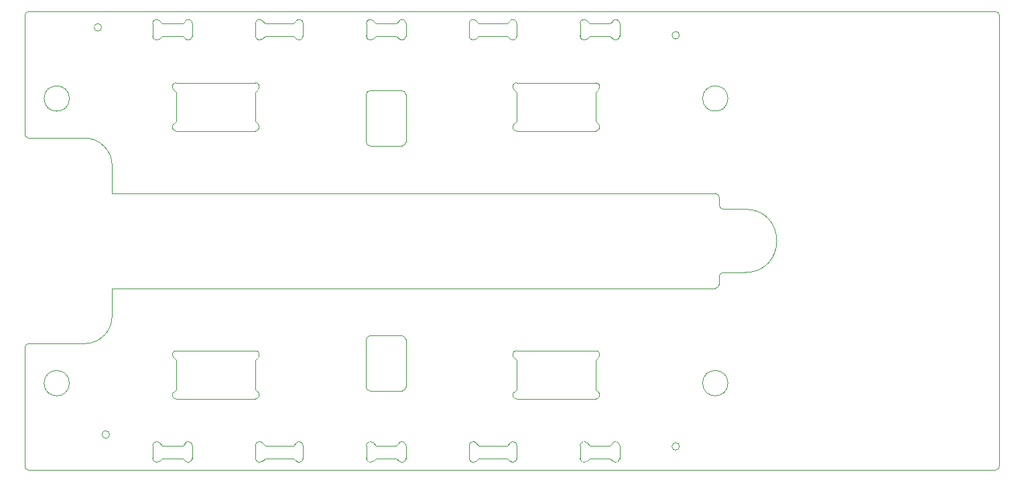
<source format=gm1>
G04 #@! TF.GenerationSoftware,KiCad,Pcbnew,(6.0.5-0)*
G04 #@! TF.CreationDate,2022-08-24T15:35:39+09:00*
G04 #@! TF.ProjectId,photo-single,70686f74-6f2d-4736-996e-676c652e6b69,rev?*
G04 #@! TF.SameCoordinates,Original*
G04 #@! TF.FileFunction,Profile,NP*
%FSLAX46Y46*%
G04 Gerber Fmt 4.6, Leading zero omitted, Abs format (unit mm)*
G04 Created by KiCad (PCBNEW (6.0.5-0)) date 2022-08-24 15:35:39*
%MOMM*%
%LPD*%
G01*
G04 APERTURE LIST*
G04 #@! TA.AperFunction,Profile*
%ADD10C,0.100000*%
G04 #@! TD*
G04 APERTURE END LIST*
D10*
X173600000Y-82000000D02*
G75*
G03*
X173600000Y-82000000I-1600000J0D01*
G01*
X90400000Y-82000000D02*
G75*
G03*
X90400000Y-82000000I-1600000J0D01*
G01*
X119060497Y-74455302D02*
X118706944Y-74101749D01*
X156899050Y-84894642D02*
X157252604Y-85248195D01*
X104706944Y-74101749D02*
X102121157Y-74101749D01*
X103899050Y-80001749D02*
X113899050Y-80001749D01*
X115121157Y-74101749D02*
X114767604Y-74455302D01*
X156899050Y-81208855D02*
X156899050Y-84894642D01*
X156899050Y-86101631D02*
G75*
G03*
X157252604Y-85248195I50J499931D01*
G01*
X105060497Y-74455302D02*
X104706944Y-74101749D01*
X114252569Y-80855268D02*
G75*
G03*
X113899050Y-80001749I-353469J353568D01*
G01*
X141767568Y-72148231D02*
G75*
G03*
X140914050Y-72501749I-353568J-353469D01*
G01*
X119914050Y-72501749D02*
X119914050Y-74101749D01*
X102121157Y-74101749D02*
X101767604Y-74455302D01*
X129121157Y-72501749D02*
X131706944Y-72501749D01*
X128767604Y-72148195D02*
X129121157Y-72501749D01*
X101767604Y-72148195D02*
X102121157Y-72501749D01*
X115121157Y-72501749D02*
X118706944Y-72501749D01*
X113899050Y-86101749D02*
X103899050Y-86101749D01*
X156121157Y-74101749D02*
X155767604Y-74455302D01*
X104706944Y-72501749D02*
X105060497Y-72148195D01*
X155767568Y-72148231D02*
G75*
G03*
X154914050Y-72501749I-353568J-353469D01*
G01*
X118706944Y-74101749D02*
X115121157Y-74101749D01*
X103899050Y-80001701D02*
G75*
G03*
X103545497Y-80855302I-50J-499999D01*
G01*
X146914050Y-72501749D02*
X146914050Y-74101749D01*
X159914101Y-72501750D02*
G75*
G03*
X159060497Y-72148195I-500001J50D01*
G01*
X207399000Y-71000000D02*
X85264000Y-71000000D01*
X156121157Y-72501749D02*
X158706944Y-72501749D01*
X113899050Y-81208855D02*
X113899050Y-84894642D01*
X140914050Y-74101749D02*
X140914050Y-72501749D01*
X146060497Y-74455302D02*
X145706944Y-74101749D01*
X119060581Y-74455218D02*
G75*
G03*
X119914050Y-74101749I353519J353518D01*
G01*
X142121157Y-72501749D02*
X145706944Y-72501749D01*
X159060497Y-74455302D02*
X158706944Y-74101749D01*
X100914101Y-74101750D02*
G75*
G03*
X101767604Y-74455302I499999J50D01*
G01*
X101767568Y-72148231D02*
G75*
G03*
X100914050Y-72501749I-353568J-353469D01*
G01*
X102121157Y-72501749D02*
X104706944Y-72501749D01*
X141767604Y-72148195D02*
X142121157Y-72501749D01*
X103899050Y-84894642D02*
X103899050Y-81208855D01*
X132914101Y-72501750D02*
G75*
G03*
X132060497Y-72148195I-500001J50D01*
G01*
X158706944Y-72501749D02*
X159060497Y-72148195D01*
X146545497Y-85248195D02*
X146899050Y-84894642D01*
X155767604Y-72148195D02*
X156121157Y-72501749D01*
X105914101Y-72501750D02*
G75*
G03*
X105060497Y-72148195I-500001J50D01*
G01*
X140914101Y-74101750D02*
G75*
G03*
X141767604Y-74455302I499999J50D01*
G01*
X100914050Y-74101749D02*
X100914050Y-72501749D01*
X114252604Y-80855302D02*
X113899050Y-81208855D01*
X154914101Y-74101750D02*
G75*
G03*
X155767604Y-74455302I499999J50D01*
G01*
X158706944Y-74101749D02*
X156121157Y-74101749D01*
X103545412Y-85248111D02*
G75*
G03*
X103899050Y-86101749I353588J-353589D01*
G01*
X142121157Y-74101749D02*
X141767604Y-74455302D01*
X146545412Y-85248111D02*
G75*
G03*
X146899050Y-86101749I353588J-353589D01*
G01*
X113899050Y-86101631D02*
G75*
G03*
X114252604Y-85248195I50J499931D01*
G01*
X154914050Y-74101749D02*
X154914050Y-72501749D01*
X103899050Y-81208855D02*
X103545497Y-80855302D01*
X103545497Y-85248195D02*
X103899050Y-84894642D01*
X113899050Y-84894642D02*
X114252604Y-85248195D01*
X146914101Y-72501750D02*
G75*
G03*
X146060497Y-72148195I-500001J50D01*
G01*
X145706944Y-74101749D02*
X142121157Y-74101749D01*
X156899050Y-86101749D02*
X146899050Y-86101749D01*
X131706944Y-72501749D02*
X132060497Y-72148195D01*
X95800000Y-94000000D02*
X172000000Y-94000000D01*
X113914050Y-74101749D02*
X113914050Y-72501749D01*
X145706944Y-72501749D02*
X146060497Y-72148195D01*
X146899050Y-81208855D02*
X146545497Y-80855302D01*
X159914050Y-72501749D02*
X159914050Y-74101749D01*
X146899050Y-84894642D02*
X146899050Y-81208855D01*
X114767568Y-72148231D02*
G75*
G03*
X113914050Y-72501749I-353568J-353469D01*
G01*
X132060581Y-74455218D02*
G75*
G03*
X132914050Y-74101749I353519J353518D01*
G01*
X105060581Y-74455218D02*
G75*
G03*
X105914050Y-74101749I353519J353518D01*
G01*
X95800000Y-90500000D02*
X95800000Y-94000000D01*
X159060581Y-74455218D02*
G75*
G03*
X159914050Y-74101749I353519J353518D01*
G01*
X105914050Y-72501749D02*
X105914050Y-74101749D01*
X146899050Y-80001701D02*
G75*
G03*
X146545497Y-80855302I-50J-499999D01*
G01*
X113914101Y-74101750D02*
G75*
G03*
X114767604Y-74455302I499999J50D01*
G01*
X114767604Y-72148195D02*
X115121157Y-72501749D01*
X132914050Y-72501749D02*
X132914050Y-74101749D01*
X127914101Y-74101750D02*
G75*
G03*
X128767604Y-74455302I499999J50D01*
G01*
X146060581Y-74455218D02*
G75*
G03*
X146914050Y-74101749I353519J353518D01*
G01*
X127914050Y-74101749D02*
X127914050Y-72501749D01*
X128767568Y-72148231D02*
G75*
G03*
X127914050Y-72501749I-353568J-353469D01*
G01*
X119914101Y-72501750D02*
G75*
G03*
X119060497Y-72148195I-500001J50D01*
G01*
X129121157Y-74101749D02*
X128767604Y-74455302D01*
X157252569Y-80855268D02*
G75*
G03*
X156899050Y-80001749I-353469J353568D01*
G01*
X118706944Y-72501749D02*
X119060497Y-72148195D01*
X131706944Y-74101749D02*
X129121157Y-74101749D01*
X157252604Y-80855302D02*
X156899050Y-81208855D01*
X132060497Y-74455302D02*
X131706944Y-74101749D01*
X95800000Y-90500000D02*
G75*
G03*
X92300000Y-87000000I-3500000J0D01*
G01*
X92300000Y-87000000D02*
X85264000Y-87000000D01*
X90400000Y-118000000D02*
G75*
G03*
X90400000Y-118000000I-1600000J0D01*
G01*
X132400000Y-119000000D02*
G75*
G03*
X132900000Y-118500000I0J500000D01*
G01*
X127900000Y-118500000D02*
G75*
G03*
X128400000Y-119000000I500000J0D01*
G01*
X132400000Y-119000000D02*
X128400000Y-119000000D01*
X127900000Y-118500000D02*
X127900000Y-112500000D01*
X132900000Y-118500000D02*
X132900000Y-112500000D01*
X132900000Y-81500000D02*
G75*
G03*
X132400000Y-81000000I-500000J0D01*
G01*
X128400000Y-81000000D02*
X132400000Y-81000000D01*
X132400000Y-88000000D02*
G75*
G03*
X132900000Y-87500000I0J500000D01*
G01*
X132900000Y-87500000D02*
X132900000Y-81500000D01*
X132400000Y-88000000D02*
X128400000Y-88000000D01*
X127900000Y-87500000D02*
X127900000Y-81500000D01*
X128400000Y-81000000D02*
G75*
G03*
X127900000Y-81500000I0J-500000D01*
G01*
X94475000Y-73000000D02*
G75*
G03*
X94475000Y-73000000I-475000J0D01*
G01*
X167475000Y-74000000D02*
G75*
G03*
X167475000Y-74000000I-475000J0D01*
G01*
X167475000Y-126000000D02*
G75*
G03*
X167475000Y-126000000I-475000J0D01*
G01*
X95475000Y-124500000D02*
G75*
G03*
X95475000Y-124500000I-475000J0D01*
G01*
X84764000Y-86500000D02*
G75*
G03*
X85264000Y-87000000I500000J0D01*
G01*
X85264000Y-113000000D02*
G75*
G03*
X84764000Y-113500000I0J-500000D01*
G01*
X172500000Y-94500000D02*
G75*
G03*
X172000000Y-94000000I-500000J0D01*
G01*
X172000000Y-106000000D02*
G75*
G03*
X172500000Y-105500000I0J500000D01*
G01*
X156899050Y-80001749D02*
X146899050Y-80001749D01*
X172500000Y-95500000D02*
G75*
G03*
X173000000Y-96000000I500000J0D01*
G01*
X173000000Y-104000000D02*
G75*
G03*
X172500000Y-104500000I0J-500000D01*
G01*
X172500000Y-94500000D02*
X172500000Y-95500000D01*
X172500000Y-104500000D02*
X172500000Y-105500000D01*
X127900000Y-87500000D02*
G75*
G03*
X128400000Y-88000000I500000J0D01*
G01*
X100914050Y-125898251D02*
X100914050Y-127498251D01*
X132060497Y-125544698D02*
X131706944Y-125898251D01*
X102121157Y-127498251D02*
X104706944Y-127498251D01*
X146899050Y-118791145D02*
X146545497Y-119144698D01*
X104706944Y-127498251D02*
X105060497Y-127851805D01*
X100914000Y-127498251D02*
G75*
G03*
X101767603Y-127851804I500000J-49D01*
G01*
X207899000Y-71500000D02*
G75*
G03*
X207399000Y-71000000I-500000J0D01*
G01*
X145706944Y-125898251D02*
X142121157Y-125898251D01*
X154914000Y-127498251D02*
G75*
G03*
X155767603Y-127851804I500000J-49D01*
G01*
X101767640Y-125544662D02*
G75*
G03*
X100914050Y-125898250I-353540J-353638D01*
G01*
X157252688Y-114751889D02*
G75*
G03*
X156899050Y-113898250I-353588J353589D01*
G01*
X146060497Y-125544698D02*
X145706944Y-125898251D01*
X146899050Y-119998251D02*
X156899050Y-119998251D01*
X156899050Y-113898251D02*
X146899050Y-113898251D01*
X146545581Y-119144782D02*
G75*
G03*
X146899050Y-119998250I353519J-353518D01*
G01*
X129121157Y-127498251D02*
X131706944Y-127498251D01*
X146899050Y-113898300D02*
G75*
G03*
X146545497Y-114751804I50J-500000D01*
G01*
X132914169Y-125898251D02*
G75*
G03*
X132060497Y-125544698I-500069J-49D01*
G01*
X154914050Y-125898251D02*
X154914050Y-127498251D01*
X113899050Y-115105358D02*
X114252604Y-114751805D01*
X103899050Y-113898300D02*
G75*
G03*
X103545497Y-114751804I50J-500000D01*
G01*
X114252604Y-119144698D02*
X113899050Y-118791145D01*
X113899050Y-118791145D02*
X113899050Y-115105358D01*
X113914050Y-125898251D02*
X113914050Y-127498251D01*
X158706944Y-125898251D02*
X156121157Y-125898251D01*
X159060412Y-127851890D02*
G75*
G03*
X159914050Y-127498250I353588J353590D01*
G01*
X84764000Y-128500000D02*
G75*
G03*
X85264000Y-129000000I500000J0D01*
G01*
X127914050Y-125898251D02*
X127914050Y-127498251D01*
X159060497Y-125544698D02*
X158706944Y-125898251D01*
X113899050Y-119998369D02*
G75*
G03*
X114252603Y-119144698I-50J500069D01*
G01*
X95800000Y-106000000D02*
X172000000Y-106000000D01*
X128400000Y-112000000D02*
X132400000Y-112000000D01*
X104706944Y-125898251D02*
X102121157Y-125898251D01*
X146914169Y-125898251D02*
G75*
G03*
X146060497Y-125544698I-500069J-49D01*
G01*
X207899000Y-128500000D02*
X207899000Y-71500000D01*
X173000000Y-96000000D02*
X175764000Y-96000000D01*
X140914050Y-125898251D02*
X140914050Y-127498251D01*
X159914169Y-125898251D02*
G75*
G03*
X159060497Y-125544698I-500069J-49D01*
G01*
X128767640Y-125544662D02*
G75*
G03*
X127914050Y-125898250I-353540J-353638D01*
G01*
X113899050Y-113898251D02*
X103899050Y-113898251D01*
X105914050Y-127498251D02*
X105914050Y-125898251D01*
X103899050Y-118791145D02*
X103545497Y-119144698D01*
X132900000Y-112500000D02*
G75*
G03*
X132400000Y-112000000I-500000J0D01*
G01*
X146914050Y-127498251D02*
X146914050Y-125898251D01*
X118706944Y-125898251D02*
X115121157Y-125898251D01*
X146060412Y-127851890D02*
G75*
G03*
X146914050Y-127498250I353588J353590D01*
G01*
X132060412Y-127851890D02*
G75*
G03*
X132914050Y-127498250I353588J353590D01*
G01*
X102121157Y-125898251D02*
X101767604Y-125544698D01*
X141767640Y-125544662D02*
G75*
G03*
X140914050Y-125898250I-353540J-353638D01*
G01*
X145706944Y-127498251D02*
X146060497Y-127851805D01*
X155767604Y-127851805D02*
X156121157Y-127498251D01*
X207399000Y-129000000D02*
X85264000Y-129000000D01*
X129121157Y-125898251D02*
X128767604Y-125544698D01*
X207399000Y-129000000D02*
G75*
G03*
X207899000Y-128500000I0J500000D01*
G01*
X146545497Y-114751805D02*
X146899050Y-115105358D01*
X173600000Y-118000000D02*
G75*
G03*
X173600000Y-118000000I-1600000J0D01*
G01*
X101767604Y-127851805D02*
X102121157Y-127498251D01*
X103899050Y-119998251D02*
X113899050Y-119998251D01*
X103545581Y-119144782D02*
G75*
G03*
X103899050Y-119998250I353519J-353518D01*
G01*
X158706944Y-127498251D02*
X159060497Y-127851805D01*
X105060497Y-125544698D02*
X104706944Y-125898251D01*
X142121157Y-125898251D02*
X141767604Y-125544698D01*
X118706944Y-127498251D02*
X119060497Y-127851805D01*
X84764000Y-71500000D02*
X84764000Y-86500000D01*
X119060497Y-125544698D02*
X118706944Y-125898251D01*
X141767604Y-127851805D02*
X142121157Y-127498251D01*
X115121157Y-127498251D02*
X118706944Y-127498251D01*
X114252688Y-114751889D02*
G75*
G03*
X113899050Y-113898250I-353588J353589D01*
G01*
X156121157Y-125898251D02*
X155767604Y-125544698D01*
X84764000Y-128500000D02*
X84764000Y-113500000D01*
X156121157Y-127498251D02*
X158706944Y-127498251D01*
X156899050Y-115105358D02*
X157252604Y-114751805D01*
X127914000Y-127498251D02*
G75*
G03*
X128767603Y-127851804I500000J-49D01*
G01*
X128400000Y-112000000D02*
G75*
G03*
X127900000Y-112500000I0J-500000D01*
G01*
X146899050Y-115105358D02*
X146899050Y-118791145D01*
X85264000Y-71000000D02*
G75*
G03*
X84764000Y-71500000I0J-500000D01*
G01*
X92300000Y-113000000D02*
X85264000Y-113000000D01*
X157252604Y-119144698D02*
X156899050Y-118791145D01*
X156899050Y-118791145D02*
X156899050Y-115105358D01*
X113914000Y-127498251D02*
G75*
G03*
X114767603Y-127851804I500000J-49D01*
G01*
X128767604Y-127851805D02*
X129121157Y-127498251D01*
X115121157Y-125898251D02*
X114767604Y-125544698D01*
X155767640Y-125544662D02*
G75*
G03*
X154914050Y-125898250I-353540J-353638D01*
G01*
X173000000Y-104000000D02*
X175764000Y-104000000D01*
X175764000Y-104000000D02*
G75*
G03*
X175764000Y-96000000I0J4000000D01*
G01*
X92300000Y-113000000D02*
G75*
G03*
X95800000Y-109500000I0J3500000D01*
G01*
X142121157Y-127498251D02*
X145706944Y-127498251D01*
X105060412Y-127851890D02*
G75*
G03*
X105914050Y-127498250I353588J353590D01*
G01*
X103545497Y-114751805D02*
X103899050Y-115105358D01*
X119914169Y-125898251D02*
G75*
G03*
X119060497Y-125544698I-500069J-49D01*
G01*
X114767640Y-125544662D02*
G75*
G03*
X113914050Y-125898250I-353540J-353638D01*
G01*
X140914000Y-127498251D02*
G75*
G03*
X141767603Y-127851804I500000J-49D01*
G01*
X105914169Y-125898251D02*
G75*
G03*
X105060497Y-125544698I-500069J-49D01*
G01*
X131706944Y-127498251D02*
X132060497Y-127851805D01*
X156899050Y-119998369D02*
G75*
G03*
X157252603Y-119144698I-50J500069D01*
G01*
X132914050Y-127498251D02*
X132914050Y-125898251D01*
X103899050Y-115105358D02*
X103899050Y-118791145D01*
X159914050Y-127498251D02*
X159914050Y-125898251D01*
X119060412Y-127851890D02*
G75*
G03*
X119914050Y-127498250I353588J353590D01*
G01*
X114767604Y-127851805D02*
X115121157Y-127498251D01*
X119914050Y-127498251D02*
X119914050Y-125898251D01*
X95800000Y-109500000D02*
X95800000Y-106000000D01*
X131706944Y-125898251D02*
X129121157Y-125898251D01*
M02*

</source>
